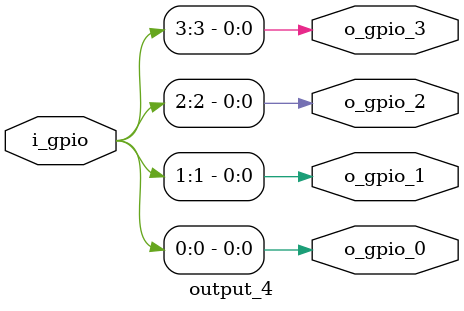
<source format=v>
`timescale 1ns / 1ps

`default_nettype none
module output_4(
    input wire [3:0] i_gpio,
    output wire o_gpio_0,
    output wire o_gpio_1,
    output wire o_gpio_2,
    output wire o_gpio_3
    );
    
assign o_gpio_0=i_gpio[0];
assign o_gpio_1=i_gpio[1];
assign o_gpio_2=i_gpio[2];
assign o_gpio_3=i_gpio[3];
    
endmodule

</source>
